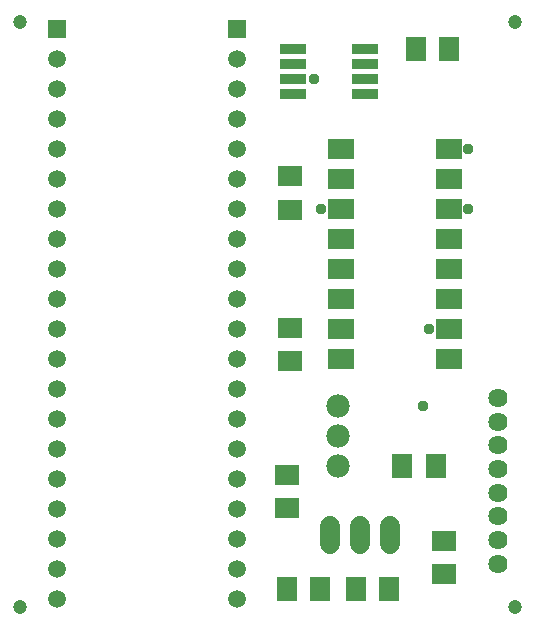
<source format=gbr>
G04 EAGLE Gerber RS-274X export*
G75*
%MOMM*%
%FSLAX34Y34*%
%LPD*%
%INSoldermask Top*%
%IPPOS*%
%AMOC8*
5,1,8,0,0,1.08239X$1,22.5*%
G01*
%ADD10C,1.203200*%
%ADD11R,1.511200X1.511200*%
%ADD12C,1.511200*%
%ADD13R,2.235200X0.863600*%
%ADD14R,2.003200X1.803200*%
%ADD15R,1.803200X2.003200*%
%ADD16R,2.006200X1.803200*%
%ADD17R,1.803200X2.006200*%
%ADD18C,1.711200*%
%ADD19R,2.303200X1.653200*%
%ADD20C,1.625600*%
%ADD21C,1.981200*%
%ADD22C,0.959600*%


D10*
X19050Y44450D03*
X438150Y44450D03*
X19050Y539750D03*
X438150Y539750D03*
D11*
X50800Y533400D03*
D12*
X50800Y508000D03*
X50800Y482600D03*
X50800Y457200D03*
X50800Y431800D03*
X50800Y406400D03*
X50800Y381000D03*
X50800Y355600D03*
X50800Y330200D03*
X50800Y304800D03*
X50800Y279400D03*
X50800Y254000D03*
X50800Y228600D03*
X50800Y203200D03*
X50800Y177800D03*
X50800Y152400D03*
X50800Y127000D03*
X50800Y101600D03*
X50800Y76200D03*
X50800Y50800D03*
X203200Y50800D03*
X203200Y76200D03*
X203200Y101600D03*
X203200Y127000D03*
X203200Y152400D03*
X203200Y177800D03*
X203200Y203200D03*
X203200Y228600D03*
X203200Y254000D03*
X203200Y279400D03*
X203200Y304800D03*
X203200Y330200D03*
X203200Y355600D03*
X203200Y381000D03*
X203200Y406400D03*
X203200Y431800D03*
X203200Y457200D03*
X203200Y482600D03*
X203200Y508000D03*
D11*
X203200Y533400D03*
D13*
X249936Y516890D03*
X311404Y516890D03*
X249936Y504190D03*
X249936Y491490D03*
X311404Y504190D03*
X311404Y491490D03*
X249936Y478790D03*
X311404Y478790D03*
D14*
X378460Y100360D03*
X378460Y72360D03*
D15*
X245080Y59690D03*
X273080Y59690D03*
X331500Y59690D03*
X303500Y59690D03*
D16*
X247650Y409190D03*
X247650Y380750D03*
D17*
X342650Y163830D03*
X371090Y163830D03*
D16*
X245110Y156460D03*
X245110Y128020D03*
X247650Y280920D03*
X247650Y252480D03*
D18*
X332740Y112950D02*
X332740Y97870D01*
X307340Y97870D02*
X307340Y112950D01*
X281940Y112950D02*
X281940Y97870D01*
D19*
X291050Y431800D03*
X291050Y406400D03*
X291050Y381000D03*
X291050Y355600D03*
X291050Y330200D03*
X291050Y304800D03*
X291050Y279400D03*
X291050Y254000D03*
X382050Y254000D03*
X382050Y279400D03*
X382050Y304800D03*
X382050Y330200D03*
X382050Y355600D03*
X382050Y381000D03*
X382050Y406400D03*
X382050Y431800D03*
D20*
X424180Y81130D03*
X424180Y101130D03*
X424180Y121130D03*
X424180Y141130D03*
X424180Y161130D03*
X424180Y181130D03*
X424180Y201130D03*
X424180Y221130D03*
D17*
X354080Y516890D03*
X382520Y516890D03*
D21*
X288290Y163830D03*
X288290Y189230D03*
X288290Y214630D03*
D22*
X360680Y214630D03*
X267970Y491490D03*
X398780Y381000D03*
X274320Y381000D03*
X398780Y431800D03*
X365760Y279400D03*
M02*

</source>
